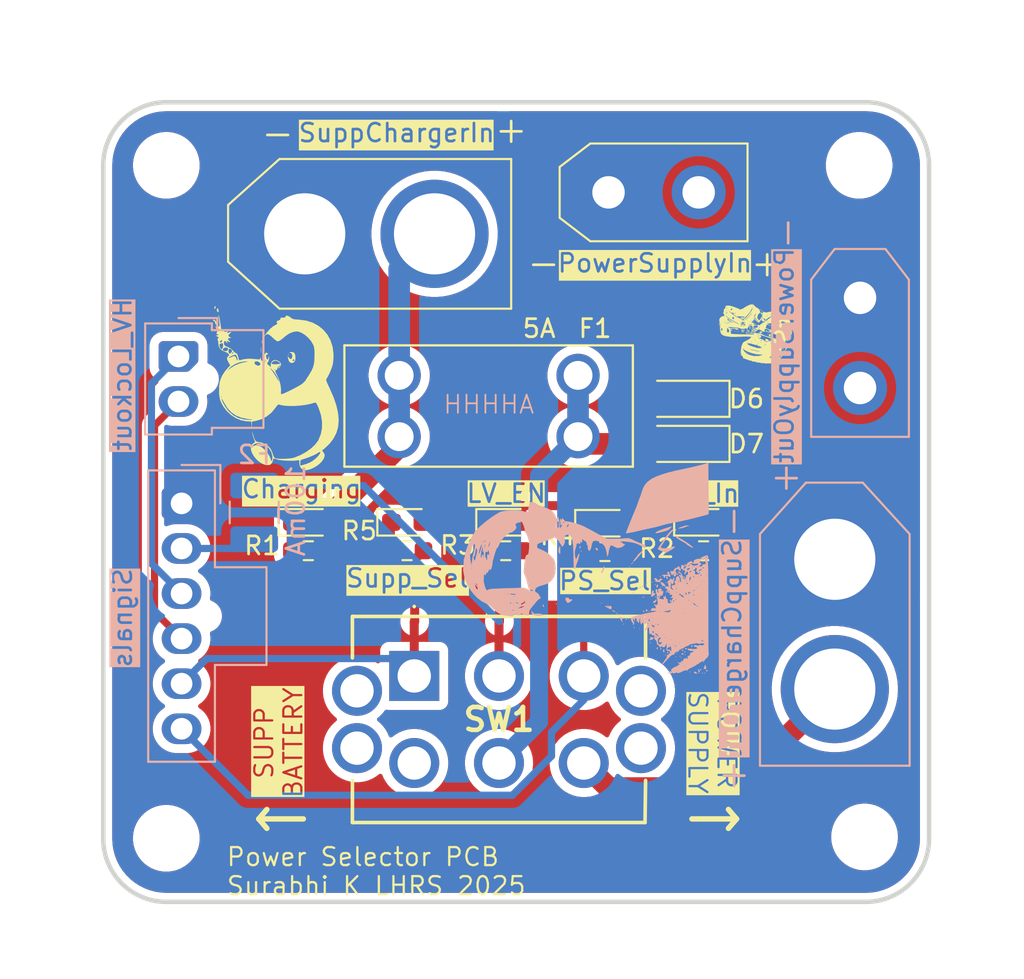
<source format=kicad_pcb>
(kicad_pcb (version 20241229) (generator "pcbnew") (generator_version "9.0")
  (layers (0 "F.Cu" signal) (2 "B.Cu" signal) (13 "F.Paste" user) (15 "B.Paste" user) (5 "F.SilkS" user "F.Silkscreen") (7 "B.SilkS" user "B.Silkscreen") (1 "F.Mask" user) (3 "B.Mask" user) (25 "Edge.Cuts" user))
  (net 0 "")
  (net 1 "Net-(D1-K)")
  (net 2 "SuppChargerIn+")
  (net 3 "PS+")
  (net 4 "Net-(D2-K)")
  (net 5 "Net-(D3-K)")
  (net 6 "/LED+")
  (net 7 "Net-(D4-K)")
  (net 8 "Net-(D5-K)")
  (net 9 "/SC_Fused")
  (net 10 "/LV_EN_IN")
  (net 11 "/LV_EN_FUSED")
  (net 12 "LV-")
  (net 13 "SuppChargerOut+")
  (net 14 "/LV_EN_PS")
  (net 15 "/HV_LO+")
  (net 16 "/HV_LO-")
  (net 17 "/LV_EN_SUPP")
  (footprint "UTSVT_Logos:LHRs_LOGO" (layer "F.Cu") (at 105.75 125.15)
    (property "Reference" "LOGO1" (hide yes))
    (property "Value" "LHRS" (hide yes))
  )
  (footprint "Resistor_SMD:R_0603_1608Metric_Pad0.98x0.95mm_HandSolder" (layer "F.Cu") (at 85.3 107.625)
    (property "Reference" "R1" (at -2.575 -0.275 0) (layer "F.SilkS"))
    (property "Value" "1k")
    (pad "1" smd roundrect (at -0.9125 0) (size 0.975 0.95) (layers "F.Cu" "F.Mask" "F.Paste") (net 1 "Net-(D1-K)"))
    (pad "2" smd roundrect (at 0.9125 0) (size 0.975 0.95) (layers "F.Cu" "F.Mask" "F.Paste") (net 12 "LV-"))
  )
  (footprint "Resistor_SMD:R_0603_1608Metric_Pad0.98x0.95mm_HandSolder" (layer "F.Cu") (at 101.75 107.675)
    (property "Reference" "R4" (at -2.625 -0.875 0) (layer "F.SilkS"))
    (property "Value" "1k")
    (pad "1" smd roundrect (at -0.9125 0) (size 0.975 0.95) (layers "F.Cu" "F.Mask" "F.Paste") (net 7 "Net-(D4-K)"))
    (pad "2" smd roundrect (at 0.9125 0) (size 0.975 0.95) (layers "F.Cu" "F.Mask" "F.Paste") (net 14 "/LV_EN_PS"))
  )
  (footprint "MountingHole:MountingHole_3.2mm_M3" (layer "F.Cu") (at 115.85 86.25)
    (property "Reference" "H3")
    (property "Value" "MountingHole")
    (pad "" np_thru_hole circle (at 0 0) (size 3.2 3.2) (drill 3.2) (layers "*.Cu" "*.Mask"))
  )
  (footprint "LED_SMD:LED_0603_1608Metric_Pad1.05x0.95mm_HandSolder" (layer "F.Cu") (at 85.3 106.05)
    (property "Reference" "D1")
    (property "Value" "Charging" (at -0.375 -1.85 0) (layer "F.SilkS" knockout))
    (pad "1" smd roundrect (at -0.875 0) (size 1.05 0.95) (layers "F.Cu" "F.Mask" "F.Paste") (net 1 "Net-(D1-K)"))
    (pad "2" smd roundrect (at 0.875 0) (size 1.05 0.95) (layers "F.Cu" "F.Mask" "F.Paste") (net 2 "SuppChargerIn+"))
  )
  (footprint "Connector_AMASS:AMASS_XT60-M_1x02_P7.20mm_Vertical" (layer "F.Cu") (at 85.1 90.05)
    (property "Reference" "J1")
    (property "Value" "SuppChargerIn" (at 5.1 -5.6 0) (layer "F.SilkS" knockout))
    (fp_text user "-" (at -1.5 -5.6 0) (layer "F.SilkS") (effects (font (size 1.5 1.5))))
    (fp_text user "+" (at 11.45 -5.8 0) (layer "F.SilkS") (effects (font (size 1.5 1.5))))
    (pad "1" thru_hole roundrect (at 0 0) (size 6 6) (drill 4.5) (layers "*.Cu" "*.Mask") (net 12 "LV-"))
    (pad "2" thru_hole circle (at 7.2 0) (size 6 6) (drill 4.5) (layers "*.Cu" "*.Mask") (net 2 "SuppChargerIn+"))
  )
  (footprint "footprints:AMASS_XT30UPB-M_1x02_P5.0mm_Vertical" (layer "F.Cu") (at 101.95 87.75)
    (property "Reference" "J2")
    (property "Value" "PowerSupplyIn" (at 2.575 3.925 0) (layer "F.SilkS" knockout))
    (fp_text user "+" (at 8.8 3.9 0) (layer "F.SilkS") (effects (font (size 1.5 1.5))))
    (fp_text user "-" (at -3.6 3.9 0) (layer "F.SilkS") (effects (font (size 1.5 1.5))))
    (pad "1" thru_hole rect (at 0 0) (size 3 3) (drill 1.8) (layers "*.Cu" "*.Mask") (net 12 "LV-"))
    (pad "2" thru_hole circle (at 5 0) (size 3 3) (drill 1.8) (layers "*.Cu" "*.Mask") (net 3 "PS+"))
  )
  (footprint "Resistor_SMD:R_0603_1608Metric_Pad0.98x0.95mm_HandSolder" (layer "F.Cu") (at 90.775 107.625)
    (property "Reference" "R5" (at -2.65 -1.1 0) (layer "F.SilkS"))
    (property "Value" "1k")
    (pad "1" smd roundrect (at -0.9125 0) (size 0.975 0.95) (layers "F.Cu" "F.Mask" "F.Paste") (net 8 "Net-(D5-K)"))
    (pad "2" smd roundrect (at 0.9125 0) (size 0.975 0.95) (layers "F.Cu" "F.Mask" "F.Paste") (net 17 "/LV_EN_SUPP"))
  )
  (footprint "LED_SMD:LED_0603_1608Metric_Pad1.05x0.95mm_HandSolder" (layer "F.Cu") (at 96.275 106.05)
    (property "Reference" "D3")
    (property "Value" "LV_EN" (at 0 -1.6 0) (layer "F.SilkS" knockout))
    (pad "1" smd roundrect (at -0.875 0) (size 1.05 0.95) (layers "F.Cu" "F.Mask" "F.Paste") (net 5 "Net-(D3-K)"))
    (pad "2" smd roundrect (at 0.875 0) (size 1.05 0.95) (layers "F.Cu" "F.Mask" "F.Paste") (net 6 "/LED+"))
  )
  (footprint "Resistor_SMD:R_0603_1608Metric_Pad0.98x0.95mm_HandSolder" (layer "F.Cu") (at 96.25 107.625)
    (property "Reference" "R3" (at -2.6625 -0.3 0) (layer "F.SilkS"))
    (property "Value" "1k")
    (pad "1" smd roundrect (at -0.9125 0) (size 0.975 0.95) (layers "F.Cu" "F.Mask" "F.Paste") (net 5 "Net-(D3-K)"))
    (pad "2" smd roundrect (at 0.9125 0) (size 0.975 0.95) (layers "F.Cu" "F.Mask" "F.Paste") (net 11 "/LV_EN_FUSED"))
  )
  (footprint "LOGO" (layer "F.Cu") (at 110.141259 95.767585)
    (property "Reference" "G***" (hide yes))
    (property "Value" "LOGO" (hide yes))
  )
  (footprint "LED_SMD:LED_0603_1608Metric_Pad1.05x0.95mm_HandSolder" (layer "F.Cu") (at 101.7625 106.1)
    (property "Reference" "D4")
    (property "Value" "PS_Sel" (at -0.025 3.2 0) (layer "F.SilkS" knockout))
    (pad "1" smd roundrect (at -0.875 0) (size 1.05 0.95) (layers "F.Cu" "F.Mask" "F.Paste") (net 7 "Net-(D4-K)"))
    (pad "2" smd roundrect (at 0.875 0) (size 1.05 0.95) (layers "F.Cu" "F.Mask" "F.Paste") (net 6 "/LED+"))
  )
  (footprint "MountingHole:MountingHole_3.2mm_M3" (layer "F.Cu") (at 77.425 123.575)
    (property "Reference" "H4")
    (property "Value" "MountingHole")
    (pad "" np_thru_hole circle (at 0 0) (size 3.2 3.2) (drill 3.2) (layers "*.Cu" "*.Mask"))
  )
  (footprint "LOGO" (layer "F.Cu") (at 83.130538 99.205577)
    (property "Reference" "G***" (hide yes))
    (property "Value" "LOGO" (hide yes))
  )
  (footprint "MountingHole:MountingHole_3.2mm_M3" (layer "F.Cu") (at 116.15 123.5)
    (property "Reference" "H2")
    (property "Value" "MountingHole")
    (pad "" np_thru_hole circle (at 0 0) (size 3.2 3.2) (drill 3.2) (layers "*.Cu" "*.Mask"))
  )
  (footprint "LED_SMD:LED_0603_1608Metric_Pad1.05x0.95mm_HandSolder" (layer "F.Cu") (at 90.7875 106.05)
    (property "Reference" "D5")
    (property "Value" "Supp_Sel" (at 0 3.1 0) (layer "F.SilkS" knockout))
    (pad "1" smd roundrect (at -0.875 0) (size 1.05 0.95) (layers "F.Cu" "F.Mask" "F.Paste") (net 8 "Net-(D5-K)"))
    (pad "2" smd roundrect (at 0.875 0) (size 1.05 0.95) (layers "F.Cu" "F.Mask" "F.Paste") (net 6 "/LED+"))
  )
  (footprint "Diode_SMD:D_SOD-123" (layer "F.Cu") (at 106.3 99.2 180)
    (property "Reference" "D6" (at -3.3 0 0) (layer "F.SilkS"))
    (property "Value" "D_Schottky")
    (pad "1" smd roundrect (at -1.65 0 180) (size 0.9 1.2) (layers "F.Cu" "F.Mask" "F.Paste") (net 6 "/LED+"))
    (pad "2" smd roundrect (at 1.65 0 180) (size 0.9 1.2) (layers "F.Cu" "F.Mask" "F.Paste") (net 3 "PS+"))
  )
  (footprint "Diode_SMD:D_SOD-123" (layer "F.Cu") (at 106.3 101.7 180)
    (property "Reference" "D7" (at -3.3 0 0) (layer "F.SilkS"))
    (property "Value" "D_Schottky")
    (pad "1" smd roundrect (at -1.65 0 180) (size 0.9 1.2) (layers "F.Cu" "F.Mask" "F.Paste") (net 6 "/LED+"))
    (pad "2" smd roundrect (at 1.65 0 180) (size 0.9 1.2) (layers "F.Cu" "F.Mask" "F.Paste") (net 9 "/SC_Fused"))
  )
  (footprint "footprints:FUSE_3568" (layer "F.Cu") (at 95.3 99.6)
    (property "Reference" "F1" (at 5.9 -4.3 0) (layer "F.SilkS"))
    (property "Value" "5A" (at 2.8 -4.3 0) (layer "F.SilkS"))
    (pad "1" thru_hole circle (at -4.96 -1.7) (size 2.4 2.4) (drill 1.6) (layers "*.Cu" "*.Mask") (net 2 "SuppChargerIn+"))
    (pad "2" thru_hole circle (at 4.96 -1.7) (size 2.4 2.4) (drill 1.6) (layers "*.Cu" "*.Mask") (net 9 "/SC_Fused"))
    (pad "3" thru_hole circle (at -4.96 1.7) (size 2.4 2.4) (drill 1.6) (layers "*.Cu" "*.Mask") (net 2 "SuppChargerIn+"))
    (pad "4" thru_hole circle (at 4.96 1.7) (size 2.4 2.4) (drill 1.6) (layers "*.Cu" "*.Mask") (net 9 "/SC_Fused"))
  )
  (footprint "Resistor_SMD:R_0603_1608Metric_Pad0.98x0.95mm_HandSolder" (layer "F.Cu") (at 107.225 107.625)
    (property "Reference" "R2" (at -2.6 -0.125 0) (layer "F.SilkS"))
    (property "Value" "1k")
    (pad "1" smd roundrect (at -0.9125 0) (size 0.975 0.95) (layers "F.Cu" "F.Mask" "F.Paste") (net 4 "Net-(D2-K)"))
    (pad "2" smd roundrect (at 0.9125 0) (size 0.975 0.95) (layers "F.Cu" "F.Mask" "F.Paste") (net 12 "LV-"))
  )
  (footprint "MountingHole:MountingHole_3.2mm_M3" (layer "F.Cu") (at 77.425 86.25)
    (property "Reference" "H1")
    (property "Value" "MountingHole")
    (pad "" np_thru_hole circle (at 0 0) (size 3.2 3.2) (drill 3.2) (layers "*.Cu" "*.Mask"))
  )
  (footprint "LED_SMD:LED_0603_1608Metric_Pad1.05x0.95mm_HandSolder" (layer "F.Cu") (at 107.25 106.05)
    (property "Reference" "D2")
    (property "Value" "PS_In" (at -0.1 -1.6 0) (layer "F.SilkS" knockout))
    (pad "1" smd roundrect (at -0.875 0) (size 1.05 0.95) (layers "F.Cu" "F.Mask" "F.Paste") (net 4 "Net-(D2-K)"))
    (pad "2" smd roundrect (at 0.875 0) (size 1.05 0.95) (layers "F.Cu" "F.Mask" "F.Paste") (net 3 "PS+"))
  )
  (footprint "footprints:100DP1T2B4VS2QE" (layer "F.Cu") (at 91.175 114.57)
    (property "Reference" "SW1" (at 4.7 2.415 0) (layer "F.SilkS") (effects (font (size 1.27 1.27) (thickness 0.254))))
    (property "Value" "Power Source Selector" (hide yes))
    (pad "" thru_hole circle (at -3.175 0.825) (size 2.775 2.775) (drill 1.85) (layers "*.Cu" "*.Mask"))
    (pad "" thru_hole circle (at -3.175 4.005) (size 2.775 2.775) (drill 1.85) (layers "*.Cu" "*.Mask"))
    (pad "" thru_hole circle (at 12.575 0.825) (size 2.775 2.775) (drill 1.85) (layers "*.Cu" "*.Mask"))
    (pad "" thru_hole circle (at 12.575 4.005) (size 2.775 2.775) (drill 1.85) (layers "*.Cu" "*.Mask"))
    (pad "1" thru_hole rect (at 0 0) (size 2.775 2.775) (drill 1.85) (layers "*.Cu" "*.Mask") (net 17 "/LV_EN_SUPP"))
    (pad "2" thru_hole circle (at 4.7 0) (size 2.775 2.775) (drill 1.85) (layers "*.Cu" "*.Mask") (net 11 "/LV_EN_FUSED"))
    (pad "3" thru_hole circle (at 9.4 0) (size 2.775 2.775) (drill 1.85) (layers "*.Cu" "*.Mask") (net 14 "/LV_EN_PS"))
    (pad "4" thru_hole circle (at 0 4.83) (size 2.775 2.775) (drill 1.85) (layers "*.Cu" "*.Mask"))
    (pad "5" thru_hole circle (at 4.7 4.83) (size 2.775 2.775) (drill 1.85) (layers "*.Cu" "*.Mask") (net 9 "/SC_Fused"))
    (pad "6" thru_hole circle (at 9.4 4.83) (size 2.775 2.775) (drill 1.85) (layers "*.Cu" "*.Mask") (net 13 "SuppChargerOut+"))
  )
  (footprint "Connector_Molex:Molex_Nano-Fit_105309-xx06_1x06_P2.50mm_Vertical" (layer "B.Cu") (at 78.27 105 180)
    (property "Reference" "J5")
    (property "Value" "Signals" (at 3.27 -6.35 270) (layer "B.SilkS" knockout) (effects (justify mirror)))
    (pad "" np_thru_hole circle (at -1.34 -6.25 180) (size 1.3 1.3) (drill 1.3) (layers "*.Cu" "*.Mask"))
    (pad "1" thru_hole roundrect (at 0 0 180) (size 2.2 1.7) (drill 1.2) (layers "*.Cu" "*.Mask") (roundrect_rratio 0.147059) (net 12 "LV-"))
    (pad "2" thru_hole oval (at 0 -2.5 180) (size 2.2 1.7) (drill 1.2) (layers "*.Cu" "*.Mask") (net 10 "/LV_EN_IN"))
    (pad "3" thru_hole oval (at 0 -5 180) (size 2.2 1.7) (drill 1.2) (layers "*.Cu" "*.Mask") (net 15 "/HV_LO+"))
    (pad "4" thru_hole oval (at 0 -7.5 180) (size 2.2 1.7) (drill 1.2) (layers "*.Cu" "*.Mask") (net 16 "/HV_LO-"))
    (pad "5" thru_hole oval (at 0 -10 180) (size 2.2 1.7) (drill 1.2) (layers "*.Cu" "*.Mask") (net 17 "/LV_EN_SUPP"))
    (pad "6" thru_hole oval (at 0 -12.5 180) (size 2.2 1.7) (drill 1.2) (layers "*.Cu" "*.Mask") (net 14 "/LV_EN_PS"))
  )
  (footprint "Connector_AMASS:AMASS_XT60-M_1x02_P7.20mm_Vertical" (layer "B.Cu") (at 114.5 108.1 -90)
    (property "Reference" "J3")
    (property "Value" "SuppChargerOut" (at 4.9 5.7 90) (layer "B.SilkS" knockout) (effects (justify mirror)))
    (fp_text user "-" (at -2.1 5.7 90) (layer "B.SilkS") (effects (font (size 1.5 1.5)) (justify mirror)))
    (fp_text user "+" (at 12 5.7 90) (layer "B.SilkS") (effects (font (size 1.5 1.5)) (justify mirror)))
    (pad "1" thru_hole roundrect (at 0 0 270) (size 6 6) (drill 4.5) (layers "*.Cu" "*.Mask") (net 12 "LV-"))
    (pad "2" thru_hole circle (at 7.2 0 270) (size 6 6) (drill 4.5) (layers "*.Cu" "*.Mask") (net 13 "SuppChargerOut+"))
  )
  (footprint "UTSVT_Connectors:Molex_Nano-Fit_105309-xx02_1x02_P2.50mm_Vertical" (layer "B.Cu") (at 78.1 96.85 180)
    (property "Reference" "J6")
    (property "Value" "HV_Lockout" (at 3.125 -1 270) (layer "B.SilkS" knockout) (effects (justify mirror)))
    (pad "" np_thru_hole circle (at -1.34 -1.25 180) (size 1.3 1.3) (drill 1.3) (layers "*.Cu" "*.Mask"))
    (pad "1" thru_hole custom (at 0 0 180) (size 1.417157 1.417157) (drill 1.2) (layers "*.Cu" "*.Mask") (net 15 "/HV_LO+") (options (clearance outline) (anchor circle)) (primitives (gr_poly (pts (xy 0.85 -0.6) (xy -0.45 -0.6) (xy -0.85 -0.2) (xy -0.85 0.6) (xy 0.85 0.6)) (width 0.5) (fill yes))))
    (pad "2" thru_hole oval (at 0 -2.5 180) (size 2.2 1.7) (drill 1.2) (layers "*.Cu" "*.Mask") (net 16 "/HV_LO-"))
  )
  (footprint "Fuse:Fuse_1210_3225Metric_Pad1.42x2.65mm_HandSolder" (layer "B.Cu") (at 82.3 105.5 90)
    (property "Reference" "F2" (at 3.2 0 0) (layer "B.SilkS") (effects (justify mirror)))
    (property "Value" "100mA" (at 0.1 2.3 270) (layer "B.SilkS") (effects (justify mirror)))
    (pad "1" smd roundrect (at -1.4875 0 90) (size 1.425 2.65) (layers "B.Cu" "B.Mask" "B.Paste") (roundrect_rratio 0.175439) (net 10 "/LV_EN_IN"))
    (pad "2" smd roundrect (at 1.4875 0 90) (size 1.425 2.65) (layers "B.Cu" "B.Mask" "B.Paste") (roundrect_rratio 0.175439) (net 11 "/LV_EN_FUSED"))
  )
  (footprint "UTSVT_Logos:Hallock_Image_Tiny" (layer "B.Cu") (at 100.519857 108.122932 -90)
    (property "Reference" "LOGO2" (hide yes))
    (property "Value" "Hallock" (hide yes))
  )
  (footprint "footprints:AMASS_XT30UPB-M_1x02_P5.0mm_Vertical" (layer "B.Cu") (at 115.9 93.6 -90)
    (property "Reference" "J4")
    (property "Value" "PowerSupplyOut" (at 3.2 4.2 90) (layer "B.SilkS" knockout) (effects (justify mirror)))
    (fp_text user "+" (at 10 4.2 90) (layer "B.SilkS") (effects (font (size 1.5 1.5)) (justify mirror)))
    (fp_text user "-" (at -3.6 4.1 90) (layer "B.SilkS") (effects (font (size 1.5 1.5)) (justify mirror)))
    (pad "1" thru_hole rect (at 0 0 270) (size 3 3) (drill 1.8) (layers "*.Cu" "*.Mask") (net 12 "LV-"))
    (pad "2" thru_hole circle (at 5 0 270) (size 3 3) (drill 1.8) (layers "*.Cu" "*.Mask") (net 3 "PS+"))
  )
  (gr_line (start 109.05 122.5) (end 108.6 121.975) (stroke (width 0.3)) (layer "F.SilkS"))
  (gr_line (start 106.575 122.5) (end 109.05 122.5) (stroke (width 0.3)) (layer "F.SilkS"))
  (gr_line (start 82.55 122.5) (end 83 121.975) (stroke (width 0.3)) (layer "F.SilkS"))
  (gr_line (start 109.05 122.5) (end 108.6 123.025) (stroke (width 0.3)) (layer "F.SilkS"))
  (gr_line (start 83 123.025) (end 82.55 122.5) (stroke (width 0.1)) (layer "F.SilkS"))
  (gr_line (start 82.55 122.5) (end 83 123.025) (stroke (width 0.3)) (layer "F.SilkS"))
  (gr_line (start 85.025 122.5) (end 82.55 122.5) (stroke (width 0.3)) (layer "F.SilkS"))
  (gr_line (start 119.725 86.25) (end 119.725 123.6) (stroke (width 0.25)) (layer "Edge.Cuts"))
  (gr_arc (start 77.425 127.1) (mid 74.950126 126.074874) (end 73.925 123.6) (stroke (width 0.25)) (layer "Edge.Cuts"))
  (gr_arc (start 119.725 123.6) (mid 118.699874 126.074874) (end 116.225 127.1) (stroke (width 0.25)) (layer "Edge.Cuts"))
  (gr_line (start 116.225 127.1) (end 77.425 127.1) (stroke (width 0.25)) (layer "Edge.Cuts"))
  (gr_arc (start 116.225 82.75) (mid 118.699874 83.775126) (end 119.725 86.25) (stroke (width 0.25)) (layer "Edge.Cuts"))
  (gr_line (start 73.925 123.6) (end 73.925 86.25) (stroke (width 0.25)) (layer "Edge.Cuts"))
  (gr_arc (start 73.925 86.25) (mid 74.950126 83.775126) (end 77.425 82.75) (stroke (width 0.25)) (layer "Edge.Cuts"))
  (gr_line (start 77.425 82.75) (end 116.225 82.75) (stroke (width 0.25)) (layer "Edge.Cuts"))
  (gr_text "Power Selector PCB\nSurabhi K LHRS 2025" (at 80.7 126.8 0) (layer "F.SilkS") (effects (font (size 1 1) (thickness 0.125)) (justify left bottom)))
  (gr_text "SUPP\nBATTERY" (at 83.65 118.275 90) (layer "F.SilkS" knockout) (effects (font (size 1 1) (thickness 0.125))))
  (gr_text "POWER\nSUPPLY" (at 107.7 118.275 270) (layer "F.SilkS" knockout) (effects (font (size 1 1) (thickness 0.125))))
  (gr_text "AHHHH" (at 97.9 100.1 0) (layer "B.SilkS") (effects (font (size 1 1) (thickness 0.1)) (justify left bottom mirror)))
  (segment (start 84.35 106.0375) (end 84.3875 106) (width 0.5) (layer "F.Cu") (net 1))
  (segment (start 84.35 107.6) (end 84.35 106.0375) (width 0.5) (layer "F.Cu") (net 1))
  (segment (start 90.34 101.3) (end 90.34 101.71) (width 1.2) (layer "F.Cu") (net 2))
  (segment (start 90.465 101.71) (end 86.175 106) (width 1.2) (layer "F.Cu") (net 2))
  (segment (start 90.34 101.3) (end 90.34 97.9) (width 1.2) (layer "B.Cu") (net 2))
  (segment (start 90.34 97.9) (end 90.34 92.01) (width 1.2) (layer "B.Cu") (net 2))
  (segment (start 90.34 92.01) (end 92.3 90.05) (width 1.2) (layer "B.Cu") (net 2))
  (segment (start 106.35 106.00375) (end 106.3875 105.96625) (width 0.5) (layer "F.Cu") (net 4))
  (segment (start 106.35 107.56625) (end 106.35 106.00375) (width 0.5) (layer "F.Cu") (net 4))
  (segment (start 95.3 107.6625) (end 95.3 106.1375) (width 0.5) (layer "F.Cu") (net 5))
  (segment (start 95.3 106.1375) (end 95.375 106.0625) (width 0.5) (layer "F.Cu") (net 5))
  (segment (start 107.95 101.7) (end 107.95 99.2) (width 0.5) (layer "F.Cu") (net 6))
  (segment (start 101.6615 105.124) (end 104.526 105.124) (width 0.5) (layer "F.Cu") (net 6))
  (segment (start 97.15 105.124) (end 101.6615 105.124) (width 0.5) (layer "F.Cu") (net 6))
  (segment (start 104.526 105.124) (end 107.95 101.7) (width 0.5) (layer "F.Cu") (net 6))
  (segment (start 91.6625 106.05) (end 92.5885 105.124) (width 0.5) (layer "F.Cu") (net 6))
  (segment (start 97.15 106.05) (end 97.15 105.124) (width 0.5) (layer "F.Cu") (net 6))
  (segment (start 92.5885 105.124) (end 97.15 105.124) (width 0.5) (layer "F.Cu") (net 6))
  (segment (start 101.6615 105.124) (end 102.6375 106.1) (width 0.5) (layer "F.Cu") (net 6))
  (segment (start 100.825 107.671875) (end 100.825 106.128125) (width 0.5) (layer "F.Cu") (net 7))
  (segment (start 100.825 106.128125) (end 100.88125 106.071875) (width 0.5) (layer "F.Cu") (net 7))
  (segment (start 89.85 106.178125) (end 89.95625 106.071875) (width 0.5) (layer "F.Cu") (net 8))
  (segment (start 89.85 107.671875) (end 89.85 106.178125) (width 0.5) (layer "F.Cu") (net 8))
  (segment (start 104.65 101.7) (end 100.66 101.7) (width 1.2) (layer "F.Cu") (net 9))
  (segment (start 100.66 101.7) (end 100.26 101.3) (width 1.2) (layer "F.Cu") (net 9))
  (segment (start 98.1 103.46) (end 100.26 101.3) (width 1) (layer "B.Cu") (net 9))
  (segment (start 95.8 119.4) (end 98.1 117.1) (width 1) (layer "B.Cu") (net 9))
  (segment (start 98.1 117.1) (end 98.1 103.46) (width 1) (layer "B.Cu") (net 9))
  (segment (start 100.26 97.9) (end 100.26 101.3) (width 1.2) (layer "B.Cu") (net 9))
  (segment (start 81.7875 107.5) (end 82.3 106.9875) (width 0.4) (layer "B.Cu") (net 10))
  (segment (start 78.27 107.5) (end 81.7875 107.5) (width 0.4) (layer "B.Cu") (net 10))
  (segment (start 95.875 111.575) (end 95.875 114.57) (width 0.5) (layer "F.Cu") (net 11))
  (segment (start 95.9 108.575) (end 96.775 107.7) (width 0.5) (layer "F.Cu") (net 11))
  (segment (start 95.9 111.55) (end 95.9 108.575) (width 0.5) (layer "F.Cu") (net 11))
  (segment (start 95.9 111.55) (end 95.875 111.575) (width 0.5) (layer "F.Cu") (net 11))
  (segment (start 82.3 104.0125) (end 88.3625 104.0125) (width 0.4) (layer "B.Cu") (net 11))
  (segment (start 88.3625 104.0125) (end 95.9 111.55) (width 0.4) (layer "B.Cu") (net 11))
  (segment (start 108.1375 107.625) (end 114.025 107.625) (width 1.2) (layer "F.Cu") (net 12))
  (segment (start 114.025 107.625) (end 114.5 108.1) (width 1.2) (layer "F.Cu") (net 12))
  (segment (start 100.575 119.4) (end 101.9625 120.7875) (width 1.2) (layer "F.Cu") (net 13))
  (segment (start 101.9625 120.7875) (end 109.0125 120.7875) (width 1.2) (layer "F.Cu") (net 13))
  (segment (start 109.0125 120.7875) (end 114.5 115.3) (width 1.2) (layer "F.Cu") (net 13))
  (segment (start 100.575 114.57) (end 100.575 109.7625) (width 0.4) (layer "F.Cu") (net 14))
  (segment (start 100.575 109.7625) (end 102.6625 107.675) (width 0.4) (layer "F.Cu") (net 14))
  (segment (start 98.7865 119.017821) (end 98.7865 117.687706) (width 0.4) (layer "B.Cu") (net 14))
  (segment (start 78.27 117.5) (end 81.9585 121.1885) (width 0.4) (layer "B.Cu") (net 14))
  (segment (start 96.615821 121.1885) (end 98.7865 119.017821) (width 0.4) (layer "B.Cu") (net 14))
  (segment (start 98.7865 117.687706) (end 100.575 115.899206) (width 0.4) (layer "B.Cu") (net 14))
  (segment (start 81.9585 121.1885) (end 96.615821 121.1885) (width 0.4) (layer "B.Cu") (net 14))
  (segment (start 100.575 115.899206) (end 100.575 114.57) (width 0.4) (layer "B.Cu") (net 14))
  (segment (start 76.599 98.351) (end 76.599 108.329) (width 0.4) (layer "B.Cu") (net 15))
  (segment (start 76.599 108.329) (end 78.27 110) (width 0.4) (layer "B.Cu") (net 15))
  (segment (start 78.1 96.85) (end 76.599 98.351) (width 0.4) (layer "B.Cu") (net 15))
  (segment (start 76.769 100.681) (end 76.769 110.999) (width 0.4) (layer "F.Cu") (net 16))
  (segment (start 78.1 99.35) (end 76.769 100.681) (width 0.4) (layer "F.Cu") (net 16))
  (segment (start 76.769 110.999) (end 78.27 112.5) (width 0.4) (layer "F.Cu") (net 16))
  (segment (start 91.175 111.575) (end 91.175 114.57) (width 0.5) (layer "F.Cu") (net 17))
  (segment (start 91.2 108.1125) (end 91.6875 107.625) (width 0.5) (layer "F.Cu") (net 17))
  (segment (start 91.2 111.55) (end 91.2 108.1125) (width 0.5) (layer "F.Cu") (net 17))
  (segment (start 91.2 111.55) (end 91.175 111.575) (width 0.5) (layer "F.Cu") (net 17))
  (segment (start 79.6635 113.6065) (end 90.2115 113.6065) (width 0.4) (layer "B.Cu") (net 17))
  (segment (start 90.2115 113.6065) (end 91.175 114.57) (width 0.4) (layer "B.Cu") (net 17))
  (segment (start 78.27 115) (end 79.6635 113.6065) (width 0.4) (layer "B.Cu") (net 17))
  (zone (net 3) (net_name "PS+") (layer "F.Cu") (priority 1) (connect_pads yes (clearance 0.5)) (min_thickness 0.25) (fill yes (thermal_gap 0.5) (thermal_bridge_width 0.5))
    (polygon (pts (xy 96.4 82.340222) (xy 96.267293 109.890222) (xy 123.106142 109.890222) (xy 123 82.240222)))
  )
  (zone (net 12) (net_name "LV-") (layers "F.Cu" "B.Cu") (connect_pads yes (clearance 0.5)) (min_thickness 0.25) (fill yes (thermal_gap 0.5) (thermal_bridge_width 0.5))
    (polygon (pts (xy 68.199261 77.180286) (xy 68.199261 131.38891) (xy 124.999261 131.28891) (xy 124.999261 77.080286)))
  )
)
</source>
